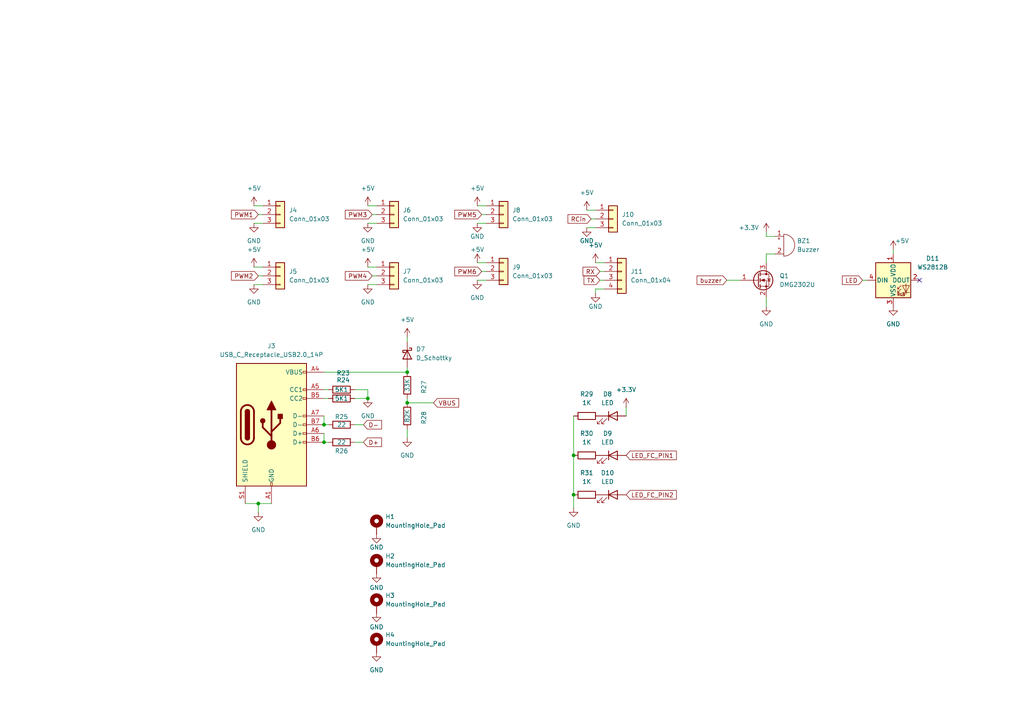
<source format=kicad_sch>
(kicad_sch (version 20231120) (generator "eeschema") (generator_version "8.0")
  (paper "A4")
  (lib_symbols
    (symbol "Connector:USB_C_Receptacle_USB2.0_14P" (pin_names (offset 1.016))
      (property "Reference" "J" (at 0 22.225 0))
      (property "Value" "USB_C_Receptacle_USB2.0_14P" (at 0 19.685 0))
      (symbol "USB_C_Receptacle_USB2.0_14P_0_0"
        (rectangle (start -0.254 -17.78) (end 0.254 -16.764))
        (rectangle (start 10.16 -4.826) (end 9.144 -5.334))
        (rectangle (start 10.16 -2.286) (end 9.144 -2.794))
        (rectangle (start 10.16 0.254) (end 9.144 -0.254))
        (rectangle (start 10.16 2.794) (end 9.144 2.286))
        (rectangle (start 10.16 7.874) (end 9.144 7.366))
        (rectangle (start 10.16 10.414) (end 9.144 9.906))
        (rectangle (start 10.16 15.494) (end 9.144 14.986))
      )
      (symbol "USB_C_Receptacle_USB2.0_14P_0_1"
        (rectangle (start -10.16 17.78) (end 10.16 -17.78) (stroke (width 0.254)) (fill (type background)))
        (arc (start -8.89 -3.81) (mid -6.985 -5.7067) (end -5.08 -3.81) (stroke (width 0.508)))
        (arc (start -7.62 -3.81) (mid -6.985 -4.4423) (end -6.35 -3.81) (stroke (width 0.254)))
        (arc (start -7.62 -3.81) (mid -6.985 -4.4423) (end -6.35 -3.81) (stroke (width 0.254)) (fill (type outline)))
        (rectangle (start -7.62 -3.81) (end -6.35 3.81) (stroke (width 0.254)) (fill (type outline)))
        (arc (start -6.35 3.81) (mid -6.985 4.4423) (end -7.62 3.81) (stroke (width 0.254)))
        (arc (start -6.35 3.81) (mid -6.985 4.4423) (end -7.62 3.81) (stroke (width 0.254)) (fill (type outline)))
        (arc (start -5.08 3.81) (mid -6.985 5.7067) (end -8.89 3.81) (stroke (width 0.508)))
        (circle (center -2.54 1.143) (radius 0.635) (stroke (width 0.254)) (fill (type outline)))
        (circle (center 0 -5.842) (radius 1.27) (fill (type outline)))
        (polyline (pts (xy -8.89 -3.81) (xy -8.89 3.81)) (stroke (width 0.508)))
        (polyline (pts (xy -5.08 3.81) (xy -5.08 -3.81)) (stroke (width 0.508)))
        (polyline (pts (xy 0 -5.842) (xy 0 4.318)) (stroke (width 0.508)))
        (polyline (pts (xy 0 -3.302) (xy -2.54 -0.762) (xy -2.54 0.508)) (stroke (width 0.508)))
        (polyline (pts (xy 0 -2.032) (xy 2.54 0.508) (xy 2.54 1.778)) (stroke (width 0.508)))
        (polyline (pts (xy -1.27 4.318) (xy 0 6.858) (xy 1.27 4.318) (xy -1.27 4.318)) (stroke (width 0.254)) (fill (type outline)))
        (rectangle (start 1.905 1.778) (end 3.175 3.048) (stroke (width 0.254)) (fill (type outline)))
      )
      (symbol "USB_C_Receptacle_USB2.0_14P_1_1"
        (pin passive line (at 0 -22.86 90) (length 5.08) (name "GND") (number "A1"))
        (pin passive line (at 0 -22.86 90) (length 5.08) hide (name "GND") (number "A12"))
        (pin passive line (at 15.24 15.24 180) (length 5.08) (name "VBUS") (number "A4"))
        (pin bidirectional line (at 15.24 10.16 180) (length 5.08) (name "CC1") (number "A5"))
        (pin bidirectional line (at 15.24 -2.54 180) (length 5.08) (name "D+") (number "A6"))
        (pin bidirectional line (at 15.24 2.54 180) (length 5.08) (name "D-") (number "A7"))
        (pin passive line (at 15.24 15.24 180) (length 5.08) hide (name "VBUS") (number "A9"))
        (pin passive line (at 0 -22.86 90) (length 5.08) hide (name "GND") (number "B1"))
        (pin passive line (at 0 -22.86 90) (length 5.08) hide (name "GND") (number "B12"))
        (pin passive line (at 15.24 15.24 180) (length 5.08) hide (name "VBUS") (number "B4"))
        (pin bidirectional line (at 15.24 7.62 180) (length 5.08) (name "CC2") (number "B5"))
        (pin bidirectional line (at 15.24 -5.08 180) (length 5.08) (name "D+") (number "B6"))
        (pin bidirectional line (at 15.24 0 180) (length 5.08) (name "D-") (number "B7"))
        (pin passive line (at 15.24 15.24 180) (length 5.08) hide (name "VBUS") (number "B9"))
        (pin passive line (at -7.62 -22.86 90) (length 5.08) (name "SHIELD") (number "S1"))
      )
    )
    (symbol "Device:Buzzer" (pin_names (offset 0.0254) hide)
      (property "Reference" "BZ" (at 3.81 1.27 0))
      (property "Value" "Buzzer" (at 3.81 -1.27 0))
      (symbol "Buzzer_0_1"
        (arc (start 0 -3.175) (mid 3.1612 0) (end 0 3.175))
        (polyline (pts (xy -1.651 1.905) (xy -1.143 1.905)))
        (polyline (pts (xy -1.397 2.159) (xy -1.397 1.651)))
        (polyline (pts (xy 0 3.175) (xy 0 -3.175)))
      )
      (symbol "Buzzer_1_1"
        (pin passive line (at -2.54 2.54 0) (length 2.54) (name "+") (number "1"))
        (pin passive line (at -2.54 -2.54 0) (length 2.54) (name "-") (number "2"))
      )
    )
    (symbol "Device:D_Schottky" (pin_numbers hide) (pin_names (offset 1.016) hide)
      (property "Reference" "D" (at 0 2.54 0))
      (property "Value" "D_Schottky" (at 0 -2.54 0))
      (symbol "D_Schottky_0_1"
        (polyline (pts (xy 1.27 0) (xy -1.27 0)))
        (polyline (pts (xy 1.27 1.27) (xy 1.27 -1.27) (xy -1.27 0) (xy 1.27 1.27)) (stroke (width 0.254)))
        (polyline (pts (xy -1.905 0.635) (xy -1.905 1.27) (xy -1.27 1.27) (xy -1.27 -1.27) (xy -0.635 -1.27) (xy -0.635 -0.635)) (stroke (width 0.254)))
      )
      (symbol "D_Schottky_1_1"
        (pin passive line (at -3.81 0 0) (length 2.54) (name "K") (number "1"))
        (pin passive line (at 3.81 0 180) (length 2.54) (name "A") (number "2"))
      )
    )
    (symbol "Device:LED" (pin_numbers hide) (pin_names (offset 1.016) hide)
      (property "Reference" "D" (at 0 2.54 0))
      (property "Value" "LED" (at 0 -2.54 0))
      (symbol "LED_0_1"
        (polyline (pts (xy -1.27 -1.27) (xy -1.27 1.27)) (stroke (width 0.254)))
        (polyline (pts (xy -1.27 0) (xy 1.27 0)))
        (polyline (pts (xy 1.27 -1.27) (xy 1.27 1.27) (xy -1.27 0) (xy 1.27 -1.27)) (stroke (width 0.254)))
        (polyline (pts (xy -3.048 -0.762) (xy -4.572 -2.286) (xy -3.81 -2.286) (xy -4.572 -2.286) (xy -4.572 -1.524)))
        (polyline (pts (xy -1.778 -0.762) (xy -3.302 -2.286) (xy -2.54 -2.286) (xy -3.302 -2.286) (xy -3.302 -1.524)))
      )
      (symbol "LED_1_1"
        (pin passive line (at -3.81 0 0) (length 2.54) (name "K") (number "1"))
        (pin passive line (at 3.81 0 180) (length 2.54) (name "A") (number "2"))
      )
    )
    (symbol "Device:R" (pin_numbers hide) (pin_names (offset 0))
      (property "Reference" "R" (at 2.032 0 90))
      (property "Value" "R" (at 0 0 90))
      (symbol "R_0_1"
        (rectangle (start -1.016 -2.54) (end 1.016 2.54) (stroke (width 0.254)))
      )
      (symbol "R_1_1"
        (pin passive line (at 0 3.81 270) (length 1.27) (name "~") (number "1"))
        (pin passive line (at 0 -3.81 90) (length 1.27) (name "~") (number "2"))
      )
    )
    (symbol "LED:WS2812B" (pin_names (offset 0.254))
      (property "Reference" "D" (at 5.08 5.715 0))
      (property "Value" "WS2812B" (at 1.27 -5.715 0))
      (symbol "WS2812B_0_0"
        (text "RGB" (at 2.286 -4.191 0) (effects (font (size 0.762 0.762))))
      )
      (symbol "WS2812B_0_1"
        (polyline (pts (xy 1.27 -3.556) (xy 1.778 -3.556)))
        (polyline (pts (xy 1.27 -2.54) (xy 1.778 -2.54)))
        (polyline (pts (xy 4.699 -3.556) (xy 2.667 -3.556)))
        (polyline (pts (xy 2.286 -2.54) (xy 1.27 -3.556) (xy 1.27 -3.048)))
        (polyline (pts (xy 2.286 -1.524) (xy 1.27 -2.54) (xy 1.27 -2.032)))
        (polyline (pts (xy 3.683 -1.016) (xy 3.683 -3.556) (xy 3.683 -4.064)))
        (polyline (pts (xy 4.699 -1.524) (xy 2.667 -1.524) (xy 3.683 -3.556) (xy 4.699 -1.524)))
        (rectangle (start 5.08 5.08) (end -5.08 -5.08) (stroke (width 0.254)) (fill (type background)))
      )
      (symbol "WS2812B_1_1"
        (pin power_in line (at 0 7.62 270) (length 2.54) (name "VDD") (number "1"))
        (pin output line (at 7.62 0 180) (length 2.54) (name "DOUT") (number "2"))
        (pin power_in line (at 0 -7.62 90) (length 2.54) (name "VSS") (number "3"))
        (pin input line (at -7.62 0 0) (length 2.54) (name "DIN") (number "4"))
      )
    )
    (symbol "Mechanical:MountingHole_Pad" (pin_numbers hide) (pin_names (offset 1.016) hide) (exclude_from_sim yes) (in_bom no)
      (property "Reference" "H" (at 0 6.35 0))
      (property "Value" "MountingHole_Pad" (at 0 4.445 0))
      (symbol "MountingHole_Pad_0_1"
        (circle (center 0 1.27) (radius 1.27) (stroke (width 1.27)))
      )
      (symbol "MountingHole_Pad_1_1"
        (pin input line (at 0 -2.54 90) (length 2.54) (name "1") (number "1"))
      )
    )
    (symbol "PCM_4ms_Connector:Conn_01x03" (pin_names (offset 1.016) hide)
      (property "Reference" "J" (at 0 5.08 0))
      (property "Value" "Conn_01x03" (at 0 -5.08 0))
      (symbol "Conn_01x03_1_1"
        (rectangle (start -1.27 -2.413) (end 0 -2.667) (stroke (width 0.1524)))
        (rectangle (start -1.27 0.127) (end 0 -0.127) (stroke (width 0.1524)))
        (rectangle (start -1.27 2.667) (end 0 2.413) (stroke (width 0.1524)))
        (rectangle (start -1.27 3.81) (end 1.27 -3.81) (stroke (width 0.254)) (fill (type background)))
        (pin passive line (at -5.08 2.54 0) (length 3.81) (name "Pin_1") (number "1"))
        (pin passive line (at -5.08 0 0) (length 3.81) (name "Pin_2") (number "2"))
        (pin passive line (at -5.08 -2.54 0) (length 3.81) (name "Pin_3") (number "3"))
      )
    )
    (symbol "PCM_4ms_Connector:Conn_01x04" (pin_names (offset 1.016) hide)
      (property "Reference" "J" (at 0 5.08 0))
      (property "Value" "Conn_01x04" (at 0 -7.62 0))
      (symbol "Conn_01x04_1_1"
        (rectangle (start -1.27 -4.953) (end 0 -5.207) (stroke (width 0.1524)))
        (rectangle (start -1.27 -2.413) (end 0 -2.667) (stroke (width 0.1524)))
        (rectangle (start -1.27 0.127) (end 0 -0.127) (stroke (width 0.1524)))
        (rectangle (start -1.27 2.667) (end 0 2.413) (stroke (width 0.1524)))
        (rectangle (start -1.27 3.81) (end 1.27 -6.35) (stroke (width 0.254)) (fill (type background)))
        (pin passive line (at -5.08 2.54 0) (length 3.81) (name "Pin_1") (number "1"))
        (pin passive line (at -5.08 0 0) (length 3.81) (name "Pin_2") (number "2"))
        (pin passive line (at -5.08 -2.54 0) (length 3.81) (name "Pin_3") (number "3"))
        (pin passive line (at -5.08 -5.08 0) (length 3.81) (name "Pin_4") (number "4"))
      )
    )
    (symbol "Transistor_FET:DMG2302U" (pin_names hide)
      (property "Reference" "Q" (at 5.08 1.905 0))
      (property "Value" "DMG2302U" (at 5.08 0 0))
      (symbol "DMG2302U_0_1"
        (polyline (pts (xy 0.254 0) (xy -2.54 0)))
        (polyline (pts (xy 0.254 1.905) (xy 0.254 -1.905)) (stroke (width 0.254)))
        (polyline (pts (xy 0.762 -1.27) (xy 0.762 -2.286)) (stroke (width 0.254)))
        (polyline (pts (xy 0.762 0.508) (xy 0.762 -0.508)) (stroke (width 0.254)))
        (polyline (pts (xy 0.762 2.286) (xy 0.762 1.27)) (stroke (width 0.254)))
        (polyline (pts (xy 2.54 2.54) (xy 2.54 1.778)))
        (polyline (pts (xy 2.54 -2.54) (xy 2.54 0) (xy 0.762 0)))
        (polyline (pts (xy 0.762 -1.778) (xy 3.302 -1.778) (xy 3.302 1.778) (xy 0.762 1.778)))
        (polyline (pts (xy 1.016 0) (xy 2.032 0.381) (xy 2.032 -0.381) (xy 1.016 0)) (fill (type outline)))
        (polyline (pts (xy 2.794 0.508) (xy 2.921 0.381) (xy 3.683 0.381) (xy 3.81 0.254)))
        (polyline (pts (xy 3.302 0.381) (xy 2.921 -0.254) (xy 3.683 -0.254) (xy 3.302 0.381)))
        (circle (center 1.651 0) (radius 2.794) (stroke (width 0.254)))
        (circle (center 2.54 -1.778) (radius 0.254) (fill (type outline)))
        (circle (center 2.54 1.778) (radius 0.254) (fill (type outline)))
      )
      (symbol "DMG2302U_1_1"
        (pin input line (at -5.08 0 0) (length 2.54) (name "G") (number "1"))
        (pin passive line (at 2.54 -5.08 90) (length 2.54) (name "S") (number "2"))
        (pin passive line (at 2.54 5.08 270) (length 2.54) (name "D") (number "3"))
      )
    )
    (symbol "power:+3.3V" (power) (pin_numbers hide) (pin_names (offset 0) hide)
      (property "Value" "+3.3V" (at 0 3.556 0))
      (symbol "+3.3V_0_1"
        (polyline (pts (xy -0.762 1.27) (xy 0 2.54)))
        (polyline (pts (xy 0 0) (xy 0 2.54)))
        (polyline (pts (xy 0 2.54) (xy 0.762 1.27)))
      )
      (symbol "+3.3V_1_1"
        (pin power_in line (at 0 0 90) (length 0) (name "~") (number "1"))
      )
    )
    (symbol "power:+3V3" (power) (pin_numbers hide) (pin_names (offset 0) hide)
      (property "Value" "+3V3" (at 0 3.556 0))
      (symbol "+3V3_0_1"
        (polyline (pts (xy -0.762 1.27) (xy 0 2.54)))
        (polyline (pts (xy 0 0) (xy 0 2.54)))
        (polyline (pts (xy 0 2.54) (xy 0.762 1.27)))
      )
      (symbol "+3V3_1_1"
        (pin power_in line (at 0 0 90) (length 0) (name "~") (number "1"))
      )
    )
    (symbol "power:+5V" (power) (pin_numbers hide) (pin_names (offset 0) hide)
      (property "Value" "+5V" (at 0 3.556 0))
      (symbol "+5V_0_1"
        (polyline (pts (xy -0.762 1.27) (xy 0 2.54)))
        (polyline (pts (xy 0 0) (xy 0 2.54)))
        (polyline (pts (xy 0 2.54) (xy 0.762 1.27)))
      )
      (symbol "+5V_1_1"
        (pin power_in line (at 0 0 90) (length 0) (name "~") (number "1"))
      )
    )
    (symbol "power:+8V" (power) (pin_numbers hide) (pin_names (offset 0) hide)
      (property "Value" "+8V" (at 0 3.556 0))
      (symbol "+8V_0_1"
        (polyline (pts (xy -0.762 1.27) (xy 0 2.54)))
        (polyline (pts (xy 0 0) (xy 0 2.54)))
        (polyline (pts (xy 0 2.54) (xy 0.762 1.27)))
      )
      (symbol "+8V_1_1"
        (pin power_in line (at 0 0 90) (length 0) (name "~") (number "1"))
      )
    )
    (symbol "power:GND" (power) (pin_numbers hide) (pin_names (offset 0) hide)
      (property "Value" "GND" (at 0 -3.81 0))
      (symbol "GND_0_1"
        (polyline (pts (xy 0 0) (xy 0 -1.27) (xy 1.27 -1.27) (xy 0 -2.54) (xy -1.27 -1.27) (xy 0 -1.27)))
      )
      (symbol "GND_1_1"
        (pin power_in line (at 0 0 270) (length 0) (name "~") (number "1"))
      )
    )
  )
  (junction (at 93.98 123.19))
  (junction (at 166.37 132.08))
  (junction (at 166.37 143.51))
  (junction (at 106.68 115.57))
  (junction (at 93.98 128.27))
  (junction (at 118.11 107.95))
  (junction (at 118.11 116.84))
  (junction (at 74.93 146.05))
  (no_connect (at 266.7 81.28))
  (wire (pts (xy 138.43 59.69) (xy 140.97 59.69)))
  (wire (pts (xy 74.93 146.05) (xy 74.93 148.59)))
  (wire (pts (xy 170.18 60.96) (xy 172.72 60.96)))
  (wire (pts (xy 106.68 64.77) (xy 109.22 64.77)))
  (wire (pts (xy 93.98 120.65) (xy 93.98 123.19)))
  (wire (pts (xy 172.72 76.2) (xy 175.26 76.2)))
  (wire (pts (xy 222.25 73.66) (xy 224.79 73.66)))
  (wire (pts (xy 138.43 64.77) (xy 140.97 64.77)))
  (wire (pts (xy 73.66 59.69) (xy 76.2 59.69)))
  (wire (pts (xy 222.25 86.36) (xy 222.25 88.9)))
  (wire (pts (xy 107.95 62.23) (xy 109.22 62.23)))
  (wire (pts (xy 106.68 82.55) (xy 109.22 82.55)))
  (wire (pts (xy 166.37 143.51) (xy 166.37 147.32)))
  (wire (pts (xy 181.61 118.11) (xy 181.61 120.65)))
  (wire (pts (xy 173.99 78.74) (xy 175.26 78.74)))
  (wire (pts (xy 173.99 81.28) (xy 175.26 81.28)))
  (wire (pts (xy 210.82 81.28) (xy 214.63 81.28)))
  (wire (pts (xy 106.68 113.03) (xy 106.68 115.57)))
  (wire (pts (xy 171.45 63.5) (xy 172.72 63.5)))
  (wire (pts (xy 250.19 81.28) (xy 251.46 81.28)))
  (wire (pts (xy 118.11 127) (xy 118.11 124.46)))
  (wire (pts (xy 105.41 123.19) (xy 102.87 123.19)))
  (wire (pts (xy 175.26 83.82) (xy 172.72 83.82)))
  (wire (pts (xy 222.25 68.58) (xy 224.79 68.58)))
  (wire (pts (xy 106.68 59.69) (xy 109.22 59.69)))
  (wire (pts (xy 166.37 120.65) (xy 166.37 132.08)))
  (wire (pts (xy 222.25 73.66) (xy 222.25 76.2)))
  (wire (pts (xy 118.11 116.84) (xy 125.73 116.84)))
  (wire (pts (xy 73.66 77.47) (xy 76.2 77.47)))
  (wire (pts (xy 102.87 115.57) (xy 106.68 115.57)))
  (wire (pts (xy 118.11 115.57) (xy 118.11 116.84)))
  (wire (pts (xy 73.66 82.55) (xy 76.2 82.55)))
  (wire (pts (xy 138.43 76.2) (xy 140.97 76.2)))
  (wire (pts (xy 93.98 115.57) (xy 95.25 115.57)))
  (wire (pts (xy 93.98 128.27) (xy 95.25 128.27)))
  (wire (pts (xy 138.43 81.28) (xy 140.97 81.28)))
  (wire (pts (xy 102.87 113.03) (xy 106.68 113.03)))
  (wire (pts (xy 74.93 146.05) (xy 78.74 146.05)))
  (wire (pts (xy 107.95 80.01) (xy 109.22 80.01)))
  (wire (pts (xy 170.18 66.04) (xy 172.72 66.04)))
  (wire (pts (xy 139.7 62.23) (xy 140.97 62.23)))
  (wire (pts (xy 93.98 113.03) (xy 95.25 113.03)))
  (wire (pts (xy 105.41 128.27) (xy 102.87 128.27)))
  (wire (pts (xy 93.98 125.73) (xy 93.98 128.27)))
  (wire (pts (xy 139.7 78.74) (xy 140.97 78.74)))
  (wire (pts (xy 222.25 67.31) (xy 222.25 68.58)))
  (wire (pts (xy 73.66 64.77) (xy 76.2 64.77)))
  (wire (pts (xy 74.93 80.01) (xy 76.2 80.01)))
  (wire (pts (xy 118.11 97.79) (xy 118.11 99.06)))
  (wire (pts (xy 106.68 77.47) (xy 109.22 77.47)))
  (wire (pts (xy 172.72 83.82) (xy 172.72 85.09)))
  (wire (pts (xy 93.98 107.95) (xy 118.11 107.95)))
  (wire (pts (xy 259.08 72.39) (xy 259.08 73.66)))
  (wire (pts (xy 166.37 132.08) (xy 166.37 143.51)))
  (wire (pts (xy 74.93 62.23) (xy 76.2 62.23)))
  (wire (pts (xy 118.11 107.95) (xy 118.11 106.68)))
  (wire (pts (xy 93.98 123.19) (xy 95.25 123.19)))
  (wire (pts (xy 71.12 146.05) (xy 74.93 146.05)))
  (global_label "PWM5" (shape input) (at 139.7 62.23 180) (property "Intersheetrefs" "${INTERSHEET_REFS}" (effects (hide yes))))
  (global_label "TX" (shape input) (at 173.99 81.28 180) (property "Intersheetrefs" "${INTERSHEET_REFS}" (effects (hide yes))))
  (global_label "PWM3" (shape input) (at 107.95 62.23 180) (property "Intersheetrefs" "${INTERSHEET_REFS}" (effects (hide yes))))
  (global_label "PWM6" (shape input) (at 139.7 78.74 180) (property "Intersheetrefs" "${INTERSHEET_REFS}" (effects (hide yes))))
  (global_label "LED_FC_PIN1" (shape input) (at 181.61 132.08 0) (property "Intersheetrefs" "${INTERSHEET_REFS}" (effects (hide yes))))
  (global_label "RCin" (shape input) (at 171.45 63.5 180) (property "Intersheetrefs" "${INTERSHEET_REFS}" (effects (hide yes))))
  (global_label "buzzer" (shape input) (at 210.82 81.28 180) (property "Intersheetrefs" "${INTERSHEET_REFS}" (effects (hide yes))))
  (global_label "LED" (shape input) (at 250.19 81.28 180) (property "Intersheetrefs" "${INTERSHEET_REFS}" (effects (hide yes))))
  (global_label "RX" (shape input) (at 173.99 78.74 180) (property "Intersheetrefs" "${INTERSHEET_REFS}" (effects (hide yes))))
  (global_label "PWM1" (shape input) (at 74.93 62.23 180) (property "Intersheetrefs" "${INTERSHEET_REFS}" (effects (hide yes))))
  (global_label "PWM2" (shape input) (at 74.93 80.01 180) (property "Intersheetrefs" "${INTERSHEET_REFS}" (effects (hide yes))))
  (global_label "D-" (shape input) (at 105.41 123.19 0) (property "Intersheetrefs" "${INTERSHEET_REFS}" (effects (hide yes))))
  (global_label "D+" (shape input) (at 105.41 128.27 0) (property "Intersheetrefs" "${INTERSHEET_REFS}" (effects (hide yes))))
  (global_label "VBUS" (shape input) (at 125.73 116.84 0) (property "Intersheetrefs" "${INTERSHEET_REFS}" (effects (hide yes))))
  (global_label "PWM4" (shape input) (at 107.95 80.01 180) (property "Intersheetrefs" "${INTERSHEET_REFS}" (effects (hide yes))))
  (global_label "LED_FC_PIN2" (shape input) (at 181.61 143.51 0) (property "Intersheetrefs" "${INTERSHEET_REFS}" (effects (hide yes))))
  (symbol (lib_id "LED:WS2812B") (at 259.08 81.28 0) (unit 1)
    (property "Reference" "D11" (at 270.51 74.9614 0))
    (property "Value" "WS2812B" (at 270.51 77.5014 0))
    (property "Footprint" "LED_SMD:LED_WS2812B_PLCC4_5.0x5.0mm_P3.2mm" (effects (hide yes)))
    (property "Datasheet" "https://cdn-shop.adafruit.com/datasheets/WS2812B.pdf" (effects (hide yes)))
    (property "Description" "RGB LED with integrated controller" (effects (hide yes)))
  )
  (symbol (lib_id "Transistor_FET:DMG2302U") (at 219.71 81.28 0) (unit 1)
    (property "Reference" "Q1" (at 226.06 80.0099 0) (effects (justify left)))
    (property "Value" "DMG2302U" (at 226.06 82.5499 0) (effects (justify left)))
    (property "Footprint" "Package_TO_SOT_SMD:SOT-23" (effects (hide yes)))
    (property "Datasheet" "http://www.diodes.com/assets/Datasheets/DMG2302U.pdf" (effects (hide yes)))
    (property "Description" "4.2A Id, 20V Vds, N-Channel MOSFET, SOT-23" (effects (hide yes)))
  )
  (symbol (lib_id "Mechanical:MountingHole_Pad") (at 109.22 152.4 0) (unit 1) (exclude_from_sim yes) (in_bom no)
    (property "Reference" "H1" (at 111.76 149.8599 0) (effects (justify left)))
    (property "Value" "MountingHole_Pad" (at 111.76 152.3999 0) (effects (justify left)))
    (property "Footprint" "MountingHole:MountingHole_2.7mm_M2.5_Pad" (effects (hide yes)))
    (property "Description" "Mounting Hole with connection" (effects (hide yes)))
  )
  (symbol (lib_id "power:+5V") (at 73.66 77.47 0) (unit 1)
    (property "Reference" "#PWR070" (effects (hide yes)))
    (property "Value" "+5V" (at 73.66 72.39 0))
    (property "Description" "Power symbol creates a global label with name \"+5V\"" (effects (hide yes)))
  )
  (symbol (lib_id "power:GND") (at 118.11 127 0) (unit 1)
    (property "Reference" "#PWR079" (effects (hide yes)))
    (property "Value" "GND" (at 118.11 132.08 0))
    (property "Description" "Power symbol creates a global label with name \"GND\" , ground" (effects (hide yes)))
  )
  (symbol (lib_id "PCM_4ms_Connector:Conn_01x03") (at 177.8 63.5 0) (unit 1)
    (property "Reference" "J10" (at 180.34 62.2299 0) (effects (justify left)))
    (property "Value" "Conn_01x03" (at 180.34 64.7699 0) (effects (justify left)))
    (property "Footprint" "Connector_PinHeader_2.54mm:PinHeader_1x03_P2.54mm_Vertical" (effects (hide yes)))
    (property "Description" "HEADER 1x3 MALE PINS 0.100” 180deg" (effects (hide yes)))
    (property "Specifications" "HEADER 1x3 MALE PINS 0.100” 180deg" (effects (hide yes)))
    (property "Manufacturer" "TAD" (effects (hide yes)))
    (property "Part Number" "1-0301FBV0T" (effects (hide yes)))
  )
  (symbol (lib_id "power:GND") (at 106.68 82.55 0) (unit 1)
    (property "Reference" "#PWR076" (effects (hide yes)))
    (property "Value" "GND" (at 106.68 87.63 0))
    (property "Description" "Power symbol creates a global label with name \"GND\" , ground" (effects (hide yes)))
  )
  (symbol (lib_id "PCM_4ms_Connector:Conn_01x03") (at 146.05 62.23 0) (unit 1)
    (property "Reference" "J8" (at 148.59 60.9599 0) (effects (justify left)))
    (property "Value" "Conn_01x03" (at 148.59 63.4999 0) (effects (justify left)))
    (property "Footprint" "Connector_PinHeader_2.54mm:PinHeader_1x03_P2.54mm_Vertical" (effects (hide yes)))
    (property "Description" "HEADER 1x3 MALE PINS 0.100” 180deg" (effects (hide yes)))
    (property "Specifications" "HEADER 1x3 MALE PINS 0.100” 180deg" (effects (hide yes)))
    (property "Manufacturer" "TAD" (effects (hide yes)))
    (property "Part Number" "1-0301FBV0T" (effects (hide yes)))
  )
  (symbol (lib_id "PCM_4ms_Connector:Conn_01x03") (at 146.05 78.74 0) (unit 1)
    (property "Reference" "J9" (at 148.59 77.4699 0) (effects (justify left)))
    (property "Value" "Conn_01x03" (at 148.59 80.0099 0) (effects (justify left)))
    (property "Footprint" "Connector_PinHeader_2.54mm:PinHeader_1x03_P2.54mm_Vertical" (effects (hide yes)))
    (property "Description" "HEADER 1x3 MALE PINS 0.100” 180deg" (effects (hide yes)))
    (property "Specifications" "HEADER 1x3 MALE PINS 0.100” 180deg" (effects (hide yes)))
    (property "Manufacturer" "TAD" (effects (hide yes)))
    (property "Part Number" "1-0301FBV0T" (effects (hide yes)))
  )
  (symbol (lib_id "power:GND") (at 222.25 88.9 0) (unit 1)
    (property "Reference" "#PWR091" (effects (hide yes)))
    (property "Value" "GND" (at 222.25 93.98 0))
    (property "Description" "Power symbol creates a global label with name \"GND\" , ground" (effects (hide yes)))
  )
  (symbol (lib_id "power:+8V") (at 118.11 97.79 0) (unit 1)
    (property "Reference" "#PWR078" (effects (hide yes)))
    (property "Value" "+5V" (at 118.11 92.71 0))
    (property "Description" "Power symbol creates a global label with name \"+8V\"" (effects (hide yes)))
  )
  (symbol (lib_id "power:+5V") (at 106.68 77.47 0) (unit 1)
    (property "Reference" "#PWR075" (effects (hide yes)))
    (property "Value" "+5V" (at 106.68 72.39 0))
    (property "Description" "Power symbol creates a global label with name \"+5V\"" (effects (hide yes)))
  )
  (symbol (lib_id "power:GND") (at 166.37 147.32 0) (unit 1)
    (property "Reference" "#PWR084" (effects (hide yes)))
    (property "Value" "GND" (at 166.37 152.4 0))
    (property "Description" "Power symbol creates a global label with name \"GND\" , ground" (effects (hide yes)))
  )
  (symbol (lib_id "power:GND") (at 172.72 85.09 0) (unit 1)
    (property "Reference" "#PWR088" (effects (hide yes)))
    (property "Value" "GND" (at 172.72 88.9 0))
    (property "Description" "Power symbol creates a global label with name \"GND\" , ground" (effects (hide yes)))
  )
  (symbol (lib_id "Device:R") (at 99.06 115.57 90) (unit 1)
    (property "Reference" "R24" (at 99.568 110.236 90))
    (property "Value" "5K1" (at 99.06 115.57 90))
    (property "Footprint" "Resistor_SMD:R_0603_1608Metric_Pad0.98x0.95mm_HandSolder" (effects (hide yes)))
    (property "Description" "Resistor" (effects (hide yes)))
  )
  (symbol (lib_id "Device:R") (at 170.18 120.65 90) (unit 1)
    (property "Reference" "R29" (at 170.18 114.3 90))
    (property "Value" "1K" (at 170.18 116.84 90))
    (property "Footprint" "Resistor_SMD:R_0603_1608Metric_Pad0.98x0.95mm_HandSolder" (effects (hide yes)))
    (property "Description" "Resistor" (effects (hide yes)))
  )
  (symbol (lib_id "power:GND") (at 73.66 64.77 0) (unit 1)
    (property "Reference" "#PWR069" (effects (hide yes)))
    (property "Value" "GND" (at 73.66 69.85 0))
    (property "Description" "Power symbol creates a global label with name \"GND\" , ground" (effects (hide yes)))
  )
  (symbol (lib_id "power:GND") (at 138.43 81.28 0) (unit 1)
    (property "Reference" "#PWR083" (effects (hide yes)))
    (property "Value" "GND" (at 138.43 86.36 0))
    (property "Description" "Power symbol creates a global label with name \"GND\" , ground" (effects (hide yes)))
  )
  (symbol (lib_id "Device:D_Schottky") (at 118.11 102.87 270) (unit 1)
    (property "Reference" "D7" (at 120.65 101.2824 90) (effects (justify left)))
    (property "Value" "D_Schottky" (at 120.65 103.8224 90) (effects (justify left)))
    (property "Footprint" "Diode_SMD:D_SOD-323F" (effects (hide yes)))
    (property "Description" "Schottky diode" (effects (hide yes)))
  )
  (symbol (lib_id "Mechanical:MountingHole_Pad") (at 109.22 163.83 0) (unit 1) (exclude_from_sim yes) (in_bom no)
    (property "Reference" "H2" (at 111.76 161.2899 0) (effects (justify left)))
    (property "Value" "MountingHole_Pad" (at 111.76 163.8299 0) (effects (justify left)))
    (property "Footprint" "MountingHole:MountingHole_2.7mm_M2.5_Pad" (effects (hide yes)))
    (property "Description" "Mounting Hole with connection" (effects (hide yes)))
  )
  (symbol (lib_id "power:GND") (at 106.68 64.77 0) (unit 1)
    (property "Reference" "#PWR074" (effects (hide yes)))
    (property "Value" "GND" (at 106.68 69.85 0))
    (property "Description" "Power symbol creates a global label with name \"GND\" , ground" (effects (hide yes)))
  )
  (symbol (lib_id "Device:R") (at 118.11 111.76 0) (unit 1)
    (property "Reference" "R27" (at 122.936 112.268 90))
    (property "Value" "33K" (at 118.11 111.76 90))
    (property "Footprint" "Resistor_SMD:R_0603_1608Metric_Pad0.98x0.95mm_HandSolder" (effects (hide yes)))
    (property "Description" "Resistor" (effects (hide yes)))
  )
  (symbol (lib_id "power:GND") (at 109.22 177.8 0) (unit 1)
    (property "Reference" "#PWR096" (effects (hide yes)))
    (property "Value" "GND" (at 109.22 181.864 0))
    (property "Description" "Power symbol creates a global label with name \"GND\" , ground" (effects (hide yes)))
  )
  (symbol (lib_id "Device:R") (at 170.18 132.08 90) (unit 1)
    (property "Reference" "R30" (at 170.18 125.73 90))
    (property "Value" "1K" (at 170.18 128.27 90))
    (property "Footprint" "Resistor_SMD:R_0603_1608Metric_Pad0.98x0.95mm_HandSolder" (effects (hide yes)))
    (property "Description" "Resistor" (effects (hide yes)))
  )
  (symbol (lib_id "Device:R") (at 99.06 113.03 90) (unit 1)
    (property "Reference" "R23" (at 99.568 108.204 90))
    (property "Value" "5K1" (at 99.06 113.03 90))
    (property "Footprint" "Resistor_SMD:R_0603_1608Metric_Pad0.98x0.95mm_HandSolder" (effects (hide yes)))
    (property "Description" "Resistor" (effects (hide yes)))
  )
  (symbol (lib_id "Device:R") (at 99.06 123.19 90) (unit 1)
    (property "Reference" "R25" (at 99.06 120.904 90))
    (property "Value" "22" (at 99.06 123.19 90))
    (property "Footprint" "Resistor_SMD:R_0603_1608Metric_Pad0.98x0.95mm_HandSolder" (effects (hide yes)))
    (property "Description" "Resistor" (effects (hide yes)))
  )
  (symbol (lib_id "power:+5V") (at 73.66 59.69 0) (unit 1)
    (property "Reference" "#PWR068" (effects (hide yes)))
    (property "Value" "+5V" (at 73.66 54.61 0))
    (property "Description" "Power symbol creates a global label with name \"+5V\"" (effects (hide yes)))
  )
  (symbol (lib_id "Device:R") (at 118.11 120.65 0) (unit 1)
    (property "Reference" "R28" (at 122.936 121.158 90))
    (property "Value" "82K" (at 118.11 120.65 90))
    (property "Footprint" "Resistor_SMD:R_0603_1608Metric_Pad0.98x0.95mm_HandSolder" (effects (hide yes)))
    (property "Description" "Resistor" (effects (hide yes)))
  )
  (symbol (lib_id "PCM_4ms_Connector:Conn_01x03") (at 81.28 80.01 0) (unit 1)
    (property "Reference" "J5" (at 83.82 78.7399 0) (effects (justify left)))
    (property "Value" "Conn_01x03" (at 83.82 81.2799 0) (effects (justify left)))
    (property "Footprint" "Connector_PinHeader_2.54mm:PinHeader_1x03_P2.54mm_Vertical" (effects (hide yes)))
    (property "Description" "HEADER 1x3 MALE PINS 0.100” 180deg" (effects (hide yes)))
    (property "Specifications" "HEADER 1x3 MALE PINS 0.100” 180deg" (effects (hide yes)))
    (property "Manufacturer" "TAD" (effects (hide yes)))
    (property "Part Number" "1-0301FBV0T" (effects (hide yes)))
  )
  (symbol (lib_id "Connector:USB_C_Receptacle_USB2.0_14P") (at 78.74 123.19 0) (unit 1)
    (property "Reference" "J3" (at 78.74 100.33 0))
    (property "Value" "USB_C_Receptacle_USB2.0_14P" (at 78.74 102.87 0))
    (property "Footprint" "Connector_USB:USB_C_Receptacle_JAE_DX07S016JA1R1500" (effects (hide yes)))
    (property "Datasheet" "https://www.usb.org/sites/default/files/documents/usb_type-c.zip" (effects (hide yes)))
    (property "Description" "USB 2.0-only 14P Type-C Receptacle connector" (effects (hide yes)))
  )
  (symbol (lib_id "power:+5V") (at 170.18 60.96 0) (unit 1)
    (property "Reference" "#PWR085" (effects (hide yes)))
    (property "Value" "+5V" (at 170.18 55.88 0))
    (property "Description" "Power symbol creates a global label with name \"+5V\"" (effects (hide yes)))
  )
  (symbol (lib_id "PCM_4ms_Connector:Conn_01x03") (at 114.3 62.23 0) (unit 1)
    (property "Reference" "J6" (at 116.84 60.9599 0) (effects (justify left)))
    (property "Value" "Conn_01x03" (at 116.84 63.4999 0) (effects (justify left)))
    (property "Footprint" "Connector_PinHeader_2.54mm:PinHeader_1x03_P2.54mm_Vertical" (effects (hide yes)))
    (property "Description" "HEADER 1x3 MALE PINS 0.100” 180deg" (effects (hide yes)))
    (property "Specifications" "HEADER 1x3 MALE PINS 0.100” 180deg" (effects (hide yes)))
    (property "Manufacturer" "TAD" (effects (hide yes)))
    (property "Part Number" "1-0301FBV0T" (effects (hide yes)))
  )
  (symbol (lib_id "PCM_4ms_Connector:Conn_01x03") (at 114.3 80.01 0) (unit 1)
    (property "Reference" "J7" (at 116.84 78.7399 0) (effects (justify left)))
    (property "Value" "Conn_01x03" (at 116.84 81.2799 0) (effects (justify left)))
    (property "Footprint" "Connector_PinHeader_2.54mm:PinHeader_1x03_P2.54mm_Vertical" (effects (hide yes)))
    (property "Description" "HEADER 1x3 MALE PINS 0.100” 180deg" (effects (hide yes)))
    (property "Specifications" "HEADER 1x3 MALE PINS 0.100” 180deg" (effects (hide yes)))
    (property "Manufacturer" "TAD" (effects (hide yes)))
    (property "Part Number" "1-0301FBV0T" (effects (hide yes)))
  )
  (symbol (lib_id "power:GND") (at 109.22 189.23 0) (unit 1)
    (property "Reference" "#PWR097" (effects (hide yes)))
    (property "Value" "GND" (at 109.22 194.31 0))
    (property "Description" "Power symbol creates a global label with name \"GND\" , ground" (effects (hide yes)))
  )
  (symbol (lib_id "power:GND") (at 74.93 148.59 0) (unit 1)
    (property "Reference" "#PWR072" (effects (hide yes)))
    (property "Value" "GND" (at 74.93 153.67 0))
    (property "Description" "Power symbol creates a global label with name \"GND\" , ground" (effects (hide yes)))
  )
  (symbol (lib_id "Device:Buzzer") (at 227.33 71.12 0) (unit 1)
    (property "Reference" "BZ1" (at 231.14 69.8499 0) (effects (justify left)))
    (property "Value" "Buzzer" (at 231.14 72.3899 0) (effects (justify left)))
    (property "Description" "Buzzer, polarized" (effects (hide yes)))
  )
  (symbol (lib_id "PCM_4ms_Connector:Conn_01x04") (at 180.34 78.74 0) (unit 1)
    (property "Reference" "J11" (at 182.88 78.7399 0) (effects (justify left)))
    (property "Value" "Conn_01x04" (at 182.88 81.2799 0) (effects (justify left)))
    (property "Footprint" "Connector_JST:JST_XH_B4B-XH-A_1x04_P2.50mm_Vertical" (effects (hide yes)))
    (property "Description" "HEADER 1x4 MALE PINS 0.100” 180deg" (effects (hide yes)))
    (property "Specifications" "HEADER 1x4 MALE PINS 0.100” 180deg" (effects (hide yes)))
    (property "Manufacturer" "TAD" (effects (hide yes)))
    (property "Part Number" "1-0401FBV0T" (effects (hide yes)))
  )
  (symbol (lib_id "Mechanical:MountingHole_Pad") (at 109.22 175.26 0) (unit 1) (exclude_from_sim yes) (in_bom no)
    (property "Reference" "H3" (at 111.76 172.7199 0) (effects (justify left)))
    (property "Value" "MountingHole_Pad" (at 111.76 175.2599 0) (effects (justify left)))
    (property "Footprint" "MountingHole:MountingHole_2.7mm_M2.5_Pad" (effects (hide yes)))
    (property "Description" "Mounting Hole with connection" (effects (hide yes)))
  )
  (symbol (lib_id "PCM_4ms_Connector:Conn_01x03") (at 81.28 62.23 0) (unit 1)
    (property "Reference" "J4" (at 83.82 60.9599 0) (effects (justify left)))
    (property "Value" "Conn_01x03" (at 83.82 63.4999 0) (effects (justify left)))
    (property "Footprint" "Connector_PinHeader_2.54mm:PinHeader_1x03_P2.54mm_Vertical" (effects (hide yes)))
    (property "Description" "HEADER 1x3 MALE PINS 0.100” 180deg" (effects (hide yes)))
    (property "Specifications" "HEADER 1x3 MALE PINS 0.100” 180deg" (effects (hide yes)))
    (property "Manufacturer" "TAD" (effects (hide yes)))
    (property "Part Number" "1-0301FBV0T" (effects (hide yes)))
  )
  (symbol (lib_id "power:GND") (at 109.22 166.37 0) (unit 1)
    (property "Reference" "#PWR095" (effects (hide yes)))
    (property "Value" "GND" (at 109.22 170.434 0))
    (property "Description" "Power symbol creates a global label with name \"GND\" , ground" (effects (hide yes)))
  )
  (symbol (lib_id "power:+3.3V") (at 222.25 67.31 0) (unit 1)
    (property "Reference" "#PWR090" (effects (hide yes)))
    (property "Value" "+3.3V" (at 217.17 66.04 0))
    (property "Description" "Power symbol creates a global label with name \"+3.3V\"" (effects (hide yes)))
  )
  (symbol (lib_id "power:GND") (at 170.18 66.04 0) (unit 1)
    (property "Reference" "#PWR086" (effects (hide yes)))
    (property "Value" "GND" (at 170.18 69.85 0))
    (property "Description" "Power symbol creates a global label with name \"GND\" , ground" (effects (hide yes)))
  )
  (symbol (lib_id "Device:R") (at 170.18 143.51 90) (unit 1)
    (property "Reference" "R31" (at 170.18 137.16 90))
    (property "Value" "1K" (at 170.18 139.7 90))
    (property "Footprint" "Resistor_SMD:R_0603_1608Metric_Pad0.98x0.95mm_HandSolder" (effects (hide yes)))
    (property "Description" "Resistor" (effects (hide yes)))
  )
  (symbol (lib_id "power:GND") (at 259.08 88.9 0) (unit 1)
    (property "Reference" "#PWR093" (effects (hide yes)))
    (property "Value" "GND" (at 259.08 93.98 0))
    (property "Description" "Power symbol creates a global label with name \"GND\" , ground" (effects (hide yes)))
  )
  (symbol (lib_id "power:+5V") (at 138.43 76.2 0) (unit 1)
    (property "Reference" "#PWR082" (effects (hide yes)))
    (property "Value" "+5V" (at 138.43 72.39 0))
    (property "Description" "Power symbol creates a global label with name \"+5V\"" (effects (hide yes)))
  )
  (symbol (lib_id "Device:LED") (at 177.8 132.08 0) (unit 1)
    (property "Reference" "D9" (at 176.2125 125.73 0))
    (property "Value" "LED" (at 176.2125 128.27 0))
    (property "Footprint" "LED_SMD:LED_0603_1608Metric_Pad1.05x0.95mm_HandSolder" (effects (hide yes)))
    (property "Description" "Light emitting diode" (effects (hide yes)))
  )
  (symbol (lib_id "power:GND") (at 106.68 115.57 0) (unit 1)
    (property "Reference" "#PWR077" (effects (hide yes)))
    (property "Value" "GND" (at 106.68 120.65 0))
    (property "Description" "Power symbol creates a global label with name \"GND\" , ground" (effects (hide yes)))
  )
  (symbol (lib_id "power:GND") (at 138.43 64.77 0) (unit 1)
    (property "Reference" "#PWR081" (effects (hide yes)))
    (property "Value" "GND" (at 138.43 68.58 0))
    (property "Description" "Power symbol creates a global label with name \"GND\" , ground" (effects (hide yes)))
  )
  (symbol (lib_id "power:+5V") (at 259.08 72.39 0) (unit 1)
    (property "Reference" "#PWR092" (effects (hide yes)))
    (property "Value" "+5V" (at 261.62 69.85 0))
    (property "Description" "Power symbol creates a global label with name \"+5V\"" (effects (hide yes)))
  )
  (symbol (lib_id "power:+5V") (at 106.68 59.69 0) (unit 1)
    (property "Reference" "#PWR073" (effects (hide yes)))
    (property "Value" "+5V" (at 106.68 54.61 0))
    (property "Description" "Power symbol creates a global label with name \"+5V\"" (effects (hide yes)))
  )
  (symbol (lib_id "Device:R") (at 99.06 128.27 90) (unit 1)
    (property "Reference" "R26" (at 99.06 130.81 90))
    (property "Value" "22" (at 99.06 128.27 90))
    (property "Footprint" "Resistor_SMD:R_0603_1608Metric_Pad0.98x0.95mm_HandSolder" (effects (hide yes)))
    (property "Description" "Resistor" (effects (hide yes)))
  )
  (symbol (lib_id "Device:LED") (at 177.8 143.51 0) (unit 1)
    (property "Reference" "D10" (at 176.2125 137.16 0))
    (property "Value" "LED" (at 176.2125 139.7 0))
    (property "Footprint" "LED_SMD:LED_0603_1608Metric_Pad1.05x0.95mm_HandSolder" (effects (hide yes)))
    (property "Description" "Light emitting diode" (effects (hide yes)))
  )
  (symbol (lib_id "power:GND") (at 109.22 154.94 0) (unit 1)
    (property "Reference" "#PWR094" (effects (hide yes)))
    (property "Value" "GND" (at 109.22 158.75 0))
    (property "Description" "Power symbol creates a global label with name \"GND\" , ground" (effects (hide yes)))
  )
  (symbol (lib_id "power:+5V") (at 138.43 59.69 0) (unit 1)
    (property "Reference" "#PWR080" (effects (hide yes)))
    (property "Value" "+5V" (at 138.43 54.61 0))
    (property "Description" "Power symbol creates a global label with name \"+5V\"" (effects (hide yes)))
  )
  (symbol (lib_id "power:GND") (at 73.66 82.55 0) (unit 1)
    (property "Reference" "#PWR071" (effects (hide yes)))
    (property "Value" "GND" (at 73.66 87.63 0))
    (property "Description" "Power symbol creates a global label with name \"GND\" , ground" (effects (hide yes)))
  )
  (symbol (lib_id "power:+3V3") (at 181.61 118.11 0) (unit 1)
    (property "Reference" "#PWR089" (effects (hide yes)))
    (property "Value" "+3.3V" (at 181.61 113.03 0))
    (property "Description" "Power symbol creates a global label with name \"+3V3\"" (effects (hide yes)))
  )
  (symbol (lib_id "power:+5V") (at 172.72 76.2 0) (unit 1)
    (property "Reference" "#PWR087" (effects (hide yes)))
    (property "Value" "+5V" (at 172.72 71.12 0))
    (property "Description" "Power symbol creates a global label with name \"+5V\"" (effects (hide yes)))
  )
  (symbol (lib_id "Device:LED") (at 177.8 120.65 0) (unit 1)
    (property "Reference" "D8" (at 176.2125 114.3 0))
    (property "Value" "LED" (at 176.2125 116.84 0))
    (property "Footprint" "LED_SMD:LED_0603_1608Metric_Pad1.05x0.95mm_HandSolder" (effects (hide yes)))
    (property "Description" "Light emitting diode" (effects (hide yes)))
  )
  (symbol (lib_id "Mechanical:MountingHole_Pad") (at 109.22 186.69 0) (unit 1) (exclude_from_sim yes) (in_bom no)
    (property "Reference" "H4" (at 111.76 184.1499 0) (effects (justify left)))
    (property "Value" "MountingHole_Pad" (at 111.76 186.6899 0) (effects (justify left)))
    (property "Footprint" "MountingHole:MountingHole_2.7mm_M2.5_Pad" (effects (hide yes)))
    (property "Description" "Mounting Hole with connection" (effects (hide yes)))
  )
)
</source>
